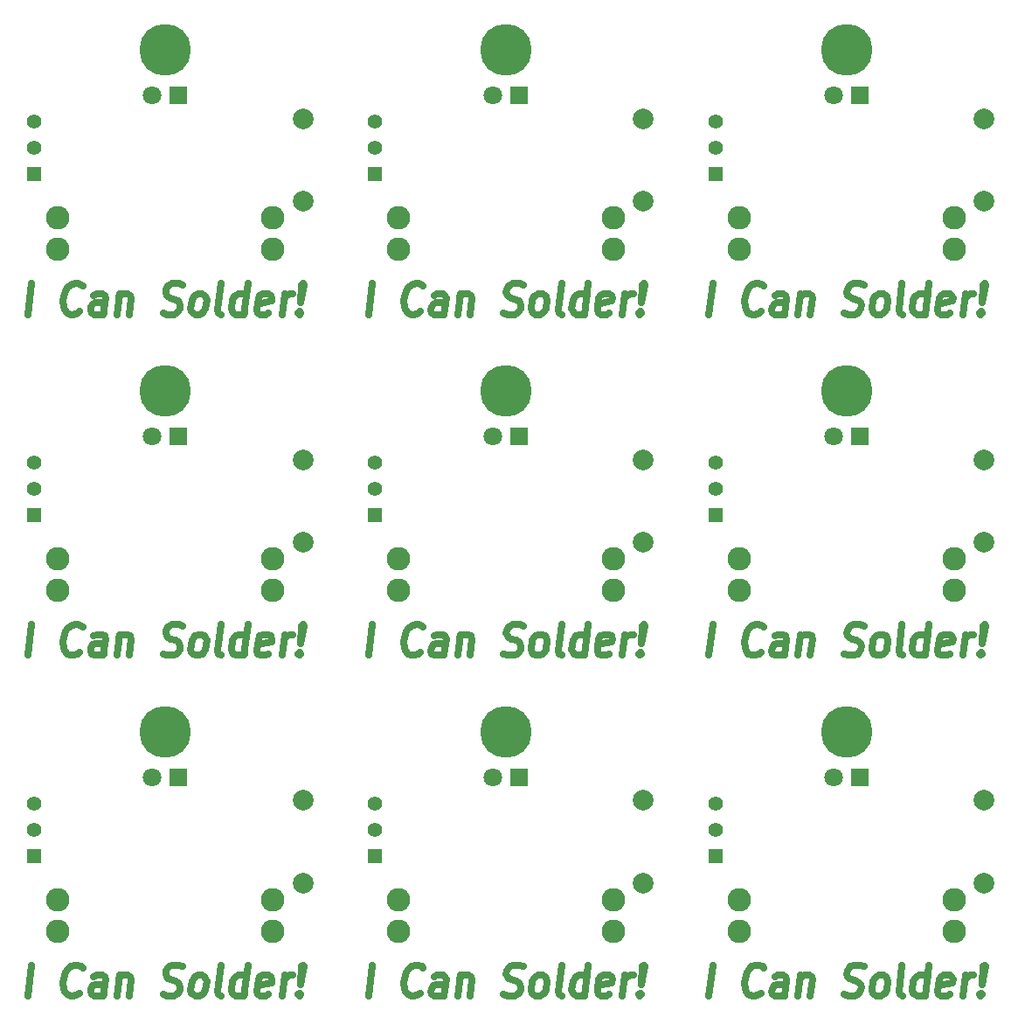
<source format=gts>
%MOIN*%
%OFA0B0*%
%FSLAX46Y46*%
%IPPOS*%
%LPD*%
%ADD10C,0.0039370078740157488*%
%ADD11C,0.027066929133858268*%
%ADD12C,0.070866141732283464*%
%ADD13R,0.070866141732283464X0.070866141732283464*%
%ADD14C,0.0787*%
%ADD15C,0.19685039370078741*%
%ADD16C,0.090000000000000011*%
%ADD17R,0.055000000000000007X0.055000000000000007*%
%ADD18C,0.055000000000000007*%
%ADD29C,0.0039370078740157488*%
%ADD30C,0.027066929133858268*%
%ADD31C,0.070866141732283464*%
%ADD32R,0.070866141732283464X0.070866141732283464*%
%ADD33C,0.0787*%
%ADD34C,0.19685039370078741*%
%ADD35C,0.090000000000000011*%
%ADD36R,0.055000000000000007X0.055000000000000007*%
%ADD37C,0.055000000000000007*%
%ADD38C,0.0039370078740157488*%
%ADD39C,0.027066929133858268*%
%ADD40C,0.070866141732283464*%
%ADD41R,0.070866141732283464X0.070866141732283464*%
%ADD42C,0.0787*%
%ADD43C,0.19685039370078741*%
%ADD44C,0.090000000000000011*%
%ADD45R,0.055000000000000007X0.055000000000000007*%
%ADD46C,0.055000000000000007*%
%ADD47C,0.0039370078740157488*%
%ADD48C,0.027066929133858268*%
%ADD49C,0.070866141732283464*%
%ADD50R,0.070866141732283464X0.070866141732283464*%
%ADD51C,0.0787*%
%ADD52C,0.19685039370078741*%
%ADD53C,0.090000000000000011*%
%ADD54R,0.055000000000000007X0.055000000000000007*%
%ADD55C,0.055000000000000007*%
%ADD56C,0.0039370078740157488*%
%ADD57C,0.027066929133858268*%
%ADD58C,0.070866141732283464*%
%ADD59R,0.070866141732283464X0.070866141732283464*%
%ADD60C,0.0787*%
%ADD61C,0.19685039370078741*%
%ADD62C,0.090000000000000011*%
%ADD63R,0.055000000000000007X0.055000000000000007*%
%ADD64C,0.055000000000000007*%
%ADD65C,0.0039370078740157488*%
%ADD66C,0.027066929133858268*%
%ADD67C,0.070866141732283464*%
%ADD68R,0.070866141732283464X0.070866141732283464*%
%ADD69C,0.0787*%
%ADD70C,0.19685039370078741*%
%ADD71C,0.090000000000000011*%
%ADD72R,0.055000000000000007X0.055000000000000007*%
%ADD73C,0.055000000000000007*%
%ADD74C,0.0039370078740157488*%
%ADD75C,0.027066929133858268*%
%ADD76C,0.070866141732283464*%
%ADD77R,0.070866141732283464X0.070866141732283464*%
%ADD78C,0.0787*%
%ADD79C,0.19685039370078741*%
%ADD80C,0.090000000000000011*%
%ADD81R,0.055000000000000007X0.055000000000000007*%
%ADD82C,0.055000000000000007*%
%ADD83C,0.0039370078740157488*%
%ADD84C,0.027066929133858268*%
%ADD85C,0.070866141732283464*%
%ADD86R,0.070866141732283464X0.070866141732283464*%
%ADD87C,0.0787*%
%ADD88C,0.19685039370078741*%
%ADD89C,0.090000000000000011*%
%ADD90R,0.055000000000000007X0.055000000000000007*%
%ADD91C,0.055000000000000007*%
%ADD92C,0.0039370078740157488*%
%ADD93C,0.027066929133858268*%
%ADD94C,0.070866141732283464*%
%ADD95R,0.070866141732283464X0.070866141732283464*%
%ADD96C,0.0787*%
%ADD97C,0.19685039370078741*%
%ADD98C,0.090000000000000011*%
%ADD99R,0.055000000000000007X0.055000000000000007*%
%ADD100C,0.055000000000000007*%
G01*
D10*
D11*
X0000075797Y0000091569D02*
X0000090561Y0000209679D01*
X0000273116Y0000102817D02*
X0000267258Y0000097193D01*
X0000251088Y0000091569D01*
X0000240777Y0000091569D01*
X0000226013Y0000097193D01*
X0000217108Y0000108442D01*
X0000213358Y0000119690D01*
X0000211015Y0000142187D01*
X0000213124Y0000159060D01*
X0000221092Y0000181557D01*
X0000227653Y0000192806D01*
X0000239371Y0000204055D01*
X0000255540Y0000209679D01*
X0000265852Y0000209679D01*
X0000280615Y0000204055D01*
X0000285068Y0000198430D01*
X0000364511Y0000091569D02*
X0000372245Y0000153436D01*
X0000368495Y0000164685D01*
X0000358887Y0000170309D01*
X0000338264Y0000170309D01*
X0000327250Y0000164685D01*
X0000365214Y0000097193D02*
X0000354200Y0000091569D01*
X0000328422Y0000091569D01*
X0000318814Y0000097193D01*
X0000315064Y0000108442D01*
X0000316470Y0000119690D01*
X0000323032Y0000130939D01*
X0000334046Y0000136563D01*
X0000359824Y0000136563D01*
X0000370838Y0000142187D01*
X0000425910Y0000170309D02*
X0000416067Y0000091569D01*
X0000424504Y0000159060D02*
X0000430362Y0000164685D01*
X0000441377Y0000170309D01*
X0000456843Y0000170309D01*
X0000466452Y0000164685D01*
X0000470201Y0000153436D01*
X0000462468Y0000091569D01*
X0000592061Y0000097193D02*
X0000606825Y0000091569D01*
X0000632603Y0000091569D01*
X0000643617Y0000097193D01*
X0000649476Y0000102817D01*
X0000656037Y0000114066D01*
X0000657443Y0000125315D01*
X0000653694Y0000136563D01*
X0000649241Y0000142187D01*
X0000639633Y0000147812D01*
X0000619714Y0000153436D01*
X0000610105Y0000159060D01*
X0000605653Y0000164685D01*
X0000601903Y0000175933D01*
X0000603309Y0000187182D01*
X0000609871Y0000198430D01*
X0000615730Y0000204055D01*
X0000626744Y0000209679D01*
X0000652522Y0000209679D01*
X0000667286Y0000204055D01*
X0000715092Y0000091569D02*
X0000705484Y0000097193D01*
X0000701032Y0000102817D01*
X0000697282Y0000114066D01*
X0000701500Y0000147812D01*
X0000708062Y0000159060D01*
X0000713921Y0000164685D01*
X0000724935Y0000170309D01*
X0000740402Y0000170309D01*
X0000750010Y0000164685D01*
X0000754462Y0000159060D01*
X0000758212Y0000147812D01*
X0000753994Y0000114066D01*
X0000747432Y0000102817D01*
X0000741573Y0000097193D01*
X0000730559Y0000091569D01*
X0000715092Y0000091569D01*
X0000813049Y0000091569D02*
X0000803441Y0000097193D01*
X0000799691Y0000108442D01*
X0000812346Y0000209679D01*
X0000900694Y0000091569D02*
X0000915458Y0000209679D01*
X0000901397Y0000097193D02*
X0000890383Y0000091569D01*
X0000869760Y0000091569D01*
X0000860152Y0000097193D01*
X0000855700Y0000102817D01*
X0000851950Y0000114066D01*
X0000856168Y0000147812D01*
X0000862730Y0000159060D01*
X0000868589Y0000164685D01*
X0000879603Y0000170309D01*
X0000900225Y0000170309D01*
X0000909834Y0000164685D01*
X0000994198Y0000097193D02*
X0000983184Y0000091569D01*
X0000962561Y0000091569D01*
X0000952953Y0000097193D01*
X0000949204Y0000108442D01*
X0000954828Y0000153436D01*
X0000961390Y0000164685D01*
X0000972404Y0000170309D01*
X0000993026Y0000170309D01*
X0001002635Y0000164685D01*
X0001006384Y0000153436D01*
X0001004978Y0000142187D01*
X0000952016Y0000130939D01*
X0001045051Y0000091569D02*
X0001054894Y0000170309D01*
X0001052081Y0000147812D02*
X0001058643Y0000159060D01*
X0001064502Y0000164685D01*
X0001075516Y0000170309D01*
X0001085827Y0000170309D01*
X0001113480Y0000102817D02*
X0001117933Y0000097193D01*
X0001112074Y0000091569D01*
X0001107621Y0000097193D01*
X0001113480Y0000102817D01*
X0001112074Y0000091569D01*
X0001117698Y0000136563D02*
X0001120979Y0000204055D01*
X0001126838Y0000209679D01*
X0001131290Y0000204055D01*
X0001117698Y0000136563D01*
X0001126838Y0000209679D01*
D12*
X0000549999Y0000925000D03*
D13*
X0000649999Y0000925000D03*
D14*
X0001124999Y0000837480D03*
X0001124999Y0000522519D03*
D15*
X0000599999Y0001100000D03*
D16*
X0001009999Y0000340000D03*
X0000189999Y0000340000D03*
X0001009999Y0000460000D03*
X0000189999Y0000460000D03*
D17*
X0000099999Y0000625000D03*
D18*
X0000099999Y0000725000D03*
X0000099999Y0000825000D03*
G04 next file*
G04 #@! TF.FileFunction,Soldermask,Top*
G04 Gerber Fmt 4.6, Leading zero omitted, Abs format (unit mm)*
G04 Created by KiCad (PCBNEW 4.0.7) date 02/23/20 08:48:36*
G01*
G04 APERTURE LIST*
G04 APERTURE END LIST*
D29*
D30*
X0000075797Y0001390781D02*
X0000090561Y0001508891D01*
X0000273116Y0001402030D02*
X0000267258Y0001396405D01*
X0000251088Y0001390781D01*
X0000240777Y0001390781D01*
X0000226013Y0001396405D01*
X0000217108Y0001407654D01*
X0000213358Y0001418903D01*
X0000211015Y0001441400D01*
X0000213124Y0001458273D01*
X0000221092Y0001480770D01*
X0000227653Y0001492018D01*
X0000239371Y0001503267D01*
X0000255540Y0001508891D01*
X0000265852Y0001508891D01*
X0000280615Y0001503267D01*
X0000285068Y0001497643D01*
X0000364511Y0001390781D02*
X0000372245Y0001452648D01*
X0000368495Y0001463897D01*
X0000358887Y0001469521D01*
X0000338264Y0001469521D01*
X0000327250Y0001463897D01*
X0000365214Y0001396405D02*
X0000354200Y0001390781D01*
X0000328422Y0001390781D01*
X0000318814Y0001396405D01*
X0000315064Y0001407654D01*
X0000316470Y0001418903D01*
X0000323032Y0001430151D01*
X0000334046Y0001435775D01*
X0000359824Y0001435775D01*
X0000370838Y0001441400D01*
X0000425910Y0001469521D02*
X0000416067Y0001390781D01*
X0000424504Y0001458273D02*
X0000430362Y0001463897D01*
X0000441377Y0001469521D01*
X0000456843Y0001469521D01*
X0000466452Y0001463897D01*
X0000470201Y0001452648D01*
X0000462468Y0001390781D01*
X0000592061Y0001396405D02*
X0000606825Y0001390781D01*
X0000632603Y0001390781D01*
X0000643617Y0001396405D01*
X0000649476Y0001402030D01*
X0000656037Y0001413278D01*
X0000657443Y0001424527D01*
X0000653694Y0001435775D01*
X0000649241Y0001441400D01*
X0000639633Y0001447024D01*
X0000619714Y0001452648D01*
X0000610105Y0001458273D01*
X0000605653Y0001463897D01*
X0000601903Y0001475146D01*
X0000603309Y0001486394D01*
X0000609871Y0001497643D01*
X0000615730Y0001503267D01*
X0000626744Y0001508891D01*
X0000652522Y0001508891D01*
X0000667286Y0001503267D01*
X0000715092Y0001390781D02*
X0000705484Y0001396405D01*
X0000701032Y0001402030D01*
X0000697282Y0001413278D01*
X0000701500Y0001447024D01*
X0000708062Y0001458273D01*
X0000713921Y0001463897D01*
X0000724935Y0001469521D01*
X0000740402Y0001469521D01*
X0000750010Y0001463897D01*
X0000754462Y0001458273D01*
X0000758212Y0001447024D01*
X0000753994Y0001413278D01*
X0000747432Y0001402030D01*
X0000741573Y0001396405D01*
X0000730559Y0001390781D01*
X0000715092Y0001390781D01*
X0000813049Y0001390781D02*
X0000803441Y0001396405D01*
X0000799691Y0001407654D01*
X0000812346Y0001508891D01*
X0000900694Y0001390781D02*
X0000915458Y0001508891D01*
X0000901397Y0001396405D02*
X0000890383Y0001390781D01*
X0000869760Y0001390781D01*
X0000860152Y0001396405D01*
X0000855700Y0001402030D01*
X0000851950Y0001413278D01*
X0000856168Y0001447024D01*
X0000862730Y0001458273D01*
X0000868589Y0001463897D01*
X0000879603Y0001469521D01*
X0000900225Y0001469521D01*
X0000909834Y0001463897D01*
X0000994198Y0001396405D02*
X0000983184Y0001390781D01*
X0000962561Y0001390781D01*
X0000952953Y0001396405D01*
X0000949204Y0001407654D01*
X0000954828Y0001452648D01*
X0000961390Y0001463897D01*
X0000972404Y0001469521D01*
X0000993026Y0001469521D01*
X0001002635Y0001463897D01*
X0001006384Y0001452648D01*
X0001004978Y0001441400D01*
X0000952016Y0001430151D01*
X0001045051Y0001390781D02*
X0001054894Y0001469521D01*
X0001052081Y0001447024D02*
X0001058643Y0001458273D01*
X0001064502Y0001463897D01*
X0001075516Y0001469521D01*
X0001085827Y0001469521D01*
X0001113480Y0001402030D02*
X0001117933Y0001396405D01*
X0001112074Y0001390781D01*
X0001107621Y0001396405D01*
X0001113480Y0001402030D01*
X0001112074Y0001390781D01*
X0001117698Y0001435775D02*
X0001120979Y0001503267D01*
X0001126838Y0001508891D01*
X0001131290Y0001503267D01*
X0001117698Y0001435775D01*
X0001126838Y0001508891D01*
D31*
X0000549999Y0002224212D03*
D32*
X0000649999Y0002224212D03*
D33*
X0001124999Y0002136692D03*
X0001124999Y0001821732D03*
D34*
X0000599999Y0002399212D03*
D35*
X0001009999Y0001639212D03*
X0000189999Y0001639212D03*
X0001009999Y0001759212D03*
X0000189999Y0001759212D03*
D36*
X0000099999Y0001924212D03*
D37*
X0000099999Y0002024212D03*
X0000099999Y0002124212D03*
G04 next file*
G04 #@! TF.FileFunction,Soldermask,Top*
G04 Gerber Fmt 4.6, Leading zero omitted, Abs format (unit mm)*
G04 Created by KiCad (PCBNEW 4.0.7) date 02/23/20 08:48:36*
G01*
G04 APERTURE LIST*
G04 APERTURE END LIST*
D38*
D39*
X0000075797Y0002689994D02*
X0000090561Y0002808104D01*
X0000273116Y0002701242D02*
X0000267258Y0002695618D01*
X0000251088Y0002689994D01*
X0000240777Y0002689994D01*
X0000226013Y0002695618D01*
X0000217108Y0002706867D01*
X0000213358Y0002718115D01*
X0000211015Y0002740612D01*
X0000213124Y0002757485D01*
X0000221092Y0002779982D01*
X0000227653Y0002791231D01*
X0000239371Y0002802480D01*
X0000255540Y0002808104D01*
X0000265852Y0002808104D01*
X0000280615Y0002802480D01*
X0000285068Y0002796855D01*
X0000364511Y0002689994D02*
X0000372245Y0002751861D01*
X0000368495Y0002763110D01*
X0000358887Y0002768734D01*
X0000338264Y0002768734D01*
X0000327250Y0002763110D01*
X0000365214Y0002695618D02*
X0000354200Y0002689994D01*
X0000328422Y0002689994D01*
X0000318814Y0002695618D01*
X0000315064Y0002706867D01*
X0000316470Y0002718115D01*
X0000323032Y0002729364D01*
X0000334046Y0002734988D01*
X0000359824Y0002734988D01*
X0000370838Y0002740612D01*
X0000425910Y0002768734D02*
X0000416067Y0002689994D01*
X0000424504Y0002757485D02*
X0000430362Y0002763110D01*
X0000441377Y0002768734D01*
X0000456843Y0002768734D01*
X0000466452Y0002763110D01*
X0000470201Y0002751861D01*
X0000462468Y0002689994D01*
X0000592061Y0002695618D02*
X0000606825Y0002689994D01*
X0000632603Y0002689994D01*
X0000643617Y0002695618D01*
X0000649476Y0002701242D01*
X0000656037Y0002712491D01*
X0000657443Y0002723739D01*
X0000653694Y0002734988D01*
X0000649241Y0002740612D01*
X0000639633Y0002746237D01*
X0000619714Y0002751861D01*
X0000610105Y0002757485D01*
X0000605653Y0002763110D01*
X0000601903Y0002774358D01*
X0000603309Y0002785607D01*
X0000609871Y0002796855D01*
X0000615730Y0002802480D01*
X0000626744Y0002808104D01*
X0000652522Y0002808104D01*
X0000667286Y0002802480D01*
X0000715092Y0002689994D02*
X0000705484Y0002695618D01*
X0000701032Y0002701242D01*
X0000697282Y0002712491D01*
X0000701500Y0002746237D01*
X0000708062Y0002757485D01*
X0000713921Y0002763110D01*
X0000724935Y0002768734D01*
X0000740402Y0002768734D01*
X0000750010Y0002763110D01*
X0000754462Y0002757485D01*
X0000758212Y0002746237D01*
X0000753994Y0002712491D01*
X0000747432Y0002701242D01*
X0000741573Y0002695618D01*
X0000730559Y0002689994D01*
X0000715092Y0002689994D01*
X0000813049Y0002689994D02*
X0000803441Y0002695618D01*
X0000799691Y0002706867D01*
X0000812346Y0002808104D01*
X0000900694Y0002689994D02*
X0000915458Y0002808104D01*
X0000901397Y0002695618D02*
X0000890383Y0002689994D01*
X0000869760Y0002689994D01*
X0000860152Y0002695618D01*
X0000855700Y0002701242D01*
X0000851950Y0002712491D01*
X0000856168Y0002746237D01*
X0000862730Y0002757485D01*
X0000868589Y0002763110D01*
X0000879603Y0002768734D01*
X0000900225Y0002768734D01*
X0000909834Y0002763110D01*
X0000994198Y0002695618D02*
X0000983184Y0002689994D01*
X0000962561Y0002689994D01*
X0000952953Y0002695618D01*
X0000949204Y0002706867D01*
X0000954828Y0002751861D01*
X0000961390Y0002763110D01*
X0000972404Y0002768734D01*
X0000993026Y0002768734D01*
X0001002635Y0002763110D01*
X0001006384Y0002751861D01*
X0001004978Y0002740612D01*
X0000952016Y0002729364D01*
X0001045051Y0002689994D02*
X0001054894Y0002768734D01*
X0001052081Y0002746237D02*
X0001058643Y0002757485D01*
X0001064502Y0002763110D01*
X0001075516Y0002768734D01*
X0001085827Y0002768734D01*
X0001113480Y0002701242D02*
X0001117933Y0002695618D01*
X0001112074Y0002689994D01*
X0001107621Y0002695618D01*
X0001113480Y0002701242D01*
X0001112074Y0002689994D01*
X0001117698Y0002734988D02*
X0001120979Y0002802480D01*
X0001126838Y0002808104D01*
X0001131290Y0002802480D01*
X0001117698Y0002734988D01*
X0001126838Y0002808104D01*
D40*
X0000549999Y0003523425D03*
D41*
X0000649999Y0003523425D03*
D42*
X0001124999Y0003435905D03*
X0001124999Y0003120944D03*
D43*
X0000599999Y0003698425D03*
D44*
X0001009999Y0002938425D03*
X0000189999Y0002938425D03*
X0001009999Y0003058425D03*
X0000189999Y0003058425D03*
D45*
X0000099999Y0003223425D03*
D46*
X0000099999Y0003323425D03*
X0000099999Y0003423425D03*
G04 next file*
G04 #@! TF.FileFunction,Soldermask,Top*
G04 Gerber Fmt 4.6, Leading zero omitted, Abs format (unit mm)*
G04 Created by KiCad (PCBNEW 4.0.7) date 02/23/20 08:48:36*
G01*
G04 APERTURE LIST*
G04 APERTURE END LIST*
D47*
D48*
X0001375010Y0000091569D02*
X0001389774Y0000209679D01*
X0001572329Y0000102817D02*
X0001566471Y0000097193D01*
X0001550301Y0000091569D01*
X0001539990Y0000091569D01*
X0001525226Y0000097193D01*
X0001516321Y0000108442D01*
X0001512571Y0000119690D01*
X0001510228Y0000142187D01*
X0001512337Y0000159060D01*
X0001520305Y0000181557D01*
X0001526866Y0000192806D01*
X0001538583Y0000204055D01*
X0001554753Y0000209679D01*
X0001565065Y0000209679D01*
X0001579828Y0000204055D01*
X0001584281Y0000198430D01*
X0001663724Y0000091569D02*
X0001671457Y0000153436D01*
X0001667708Y0000164685D01*
X0001658100Y0000170309D01*
X0001637477Y0000170309D01*
X0001626463Y0000164685D01*
X0001664427Y0000097193D02*
X0001653413Y0000091569D01*
X0001627635Y0000091569D01*
X0001618027Y0000097193D01*
X0001614277Y0000108442D01*
X0001615683Y0000119690D01*
X0001622245Y0000130939D01*
X0001633259Y0000136563D01*
X0001659037Y0000136563D01*
X0001670051Y0000142187D01*
X0001725123Y0000170309D02*
X0001715280Y0000091569D01*
X0001723717Y0000159060D02*
X0001729575Y0000164685D01*
X0001740589Y0000170309D01*
X0001756056Y0000170309D01*
X0001765664Y0000164685D01*
X0001769414Y0000153436D01*
X0001761681Y0000091569D01*
X0001891274Y0000097193D02*
X0001906038Y0000091569D01*
X0001931816Y0000091569D01*
X0001942830Y0000097193D01*
X0001948688Y0000102817D01*
X0001955250Y0000114066D01*
X0001956656Y0000125315D01*
X0001952907Y0000136563D01*
X0001948454Y0000142187D01*
X0001938846Y0000147812D01*
X0001918927Y0000153436D01*
X0001909318Y0000159060D01*
X0001904866Y0000164685D01*
X0001901116Y0000175933D01*
X0001902522Y0000187182D01*
X0001909084Y0000198430D01*
X0001914943Y0000204055D01*
X0001925957Y0000209679D01*
X0001951735Y0000209679D01*
X0001966499Y0000204055D01*
X0002014305Y0000091569D02*
X0002004697Y0000097193D01*
X0002000245Y0000102817D01*
X0001996495Y0000114066D01*
X0002000713Y0000147812D01*
X0002007275Y0000159060D01*
X0002013134Y0000164685D01*
X0002024148Y0000170309D01*
X0002039615Y0000170309D01*
X0002049223Y0000164685D01*
X0002053675Y0000159060D01*
X0002057425Y0000147812D01*
X0002053207Y0000114066D01*
X0002046645Y0000102817D01*
X0002040786Y0000097193D01*
X0002029772Y0000091569D01*
X0002014305Y0000091569D01*
X0002112262Y0000091569D02*
X0002102654Y0000097193D01*
X0002098904Y0000108442D01*
X0002111559Y0000209679D01*
X0002199907Y0000091569D02*
X0002214671Y0000209679D01*
X0002200610Y0000097193D02*
X0002189596Y0000091569D01*
X0002168973Y0000091569D01*
X0002159365Y0000097193D01*
X0002154913Y0000102817D01*
X0002151163Y0000114066D01*
X0002155381Y0000147812D01*
X0002161943Y0000159060D01*
X0002167802Y0000164685D01*
X0002178816Y0000170309D01*
X0002199438Y0000170309D01*
X0002209047Y0000164685D01*
X0002293411Y0000097193D02*
X0002282397Y0000091569D01*
X0002261774Y0000091569D01*
X0002252166Y0000097193D01*
X0002248417Y0000108442D01*
X0002254041Y0000153436D01*
X0002260603Y0000164685D01*
X0002271617Y0000170309D01*
X0002292239Y0000170309D01*
X0002301847Y0000164685D01*
X0002305597Y0000153436D01*
X0002304191Y0000142187D01*
X0002251229Y0000130939D01*
X0002344264Y0000091569D02*
X0002354107Y0000170309D01*
X0002351294Y0000147812D02*
X0002357856Y0000159060D01*
X0002363715Y0000164685D01*
X0002374729Y0000170309D01*
X0002385040Y0000170309D01*
X0002412693Y0000102817D02*
X0002417145Y0000097193D01*
X0002411287Y0000091569D01*
X0002406834Y0000097193D01*
X0002412693Y0000102817D01*
X0002411287Y0000091569D01*
X0002416911Y0000136563D02*
X0002420192Y0000204055D01*
X0002426051Y0000209679D01*
X0002430503Y0000204055D01*
X0002416911Y0000136563D01*
X0002426051Y0000209679D01*
D49*
X0001849212Y0000925000D03*
D50*
X0001949212Y0000925000D03*
D51*
X0002424212Y0000837480D03*
X0002424212Y0000522519D03*
D52*
X0001899212Y0001100000D03*
D53*
X0002309212Y0000340000D03*
X0001489212Y0000340000D03*
X0002309212Y0000460000D03*
X0001489212Y0000460000D03*
D54*
X0001399212Y0000625000D03*
D55*
X0001399212Y0000725000D03*
X0001399212Y0000825000D03*
G04 next file*
G04 #@! TF.FileFunction,Soldermask,Top*
G04 Gerber Fmt 4.6, Leading zero omitted, Abs format (unit mm)*
G04 Created by KiCad (PCBNEW 4.0.7) date 02/23/20 08:48:36*
G01*
G04 APERTURE LIST*
G04 APERTURE END LIST*
D56*
D57*
X0002674223Y0000091569D02*
X0002688987Y0000209679D01*
X0002871542Y0000102817D02*
X0002865683Y0000097193D01*
X0002849513Y0000091569D01*
X0002839202Y0000091569D01*
X0002824438Y0000097193D01*
X0002815533Y0000108442D01*
X0002811784Y0000119690D01*
X0002809440Y0000142187D01*
X0002811549Y0000159060D01*
X0002819517Y0000181557D01*
X0002826079Y0000192806D01*
X0002837796Y0000204055D01*
X0002853966Y0000209679D01*
X0002864277Y0000209679D01*
X0002879041Y0000204055D01*
X0002883493Y0000198430D01*
X0002962937Y0000091569D02*
X0002970670Y0000153436D01*
X0002966921Y0000164685D01*
X0002957312Y0000170309D01*
X0002936690Y0000170309D01*
X0002925676Y0000164685D01*
X0002963640Y0000097193D02*
X0002952625Y0000091569D01*
X0002926847Y0000091569D01*
X0002917239Y0000097193D01*
X0002913490Y0000108442D01*
X0002914896Y0000119690D01*
X0002921457Y0000130939D01*
X0002932472Y0000136563D01*
X0002958250Y0000136563D01*
X0002969264Y0000142187D01*
X0003024335Y0000170309D02*
X0003014493Y0000091569D01*
X0003022929Y0000159060D02*
X0003028788Y0000164685D01*
X0003039802Y0000170309D01*
X0003055269Y0000170309D01*
X0003064877Y0000164685D01*
X0003068627Y0000153436D01*
X0003060893Y0000091569D01*
X0003190486Y0000097193D02*
X0003205250Y0000091569D01*
X0003231028Y0000091569D01*
X0003242042Y0000097193D01*
X0003247901Y0000102817D01*
X0003254463Y0000114066D01*
X0003255869Y0000125315D01*
X0003252119Y0000136563D01*
X0003247667Y0000142187D01*
X0003238059Y0000147812D01*
X0003218139Y0000153436D01*
X0003208531Y0000159060D01*
X0003204078Y0000164685D01*
X0003200329Y0000175933D01*
X0003201735Y0000187182D01*
X0003208297Y0000198430D01*
X0003214155Y0000204055D01*
X0003225170Y0000209679D01*
X0003250948Y0000209679D01*
X0003265711Y0000204055D01*
X0003313518Y0000091569D02*
X0003303910Y0000097193D01*
X0003299457Y0000102817D01*
X0003295708Y0000114066D01*
X0003299926Y0000147812D01*
X0003306487Y0000159060D01*
X0003312346Y0000164685D01*
X0003323360Y0000170309D01*
X0003338827Y0000170309D01*
X0003348435Y0000164685D01*
X0003352888Y0000159060D01*
X0003356637Y0000147812D01*
X0003352419Y0000114066D01*
X0003345858Y0000102817D01*
X0003339999Y0000097193D01*
X0003328985Y0000091569D01*
X0003313518Y0000091569D01*
X0003411474Y0000091569D02*
X0003401866Y0000097193D01*
X0003398117Y0000108442D01*
X0003410771Y0000209679D01*
X0003499120Y0000091569D02*
X0003513883Y0000209679D01*
X0003499823Y0000097193D02*
X0003488808Y0000091569D01*
X0003468186Y0000091569D01*
X0003458578Y0000097193D01*
X0003454125Y0000102817D01*
X0003450376Y0000114066D01*
X0003454594Y0000147812D01*
X0003461156Y0000159060D01*
X0003467014Y0000164685D01*
X0003478029Y0000170309D01*
X0003498651Y0000170309D01*
X0003508259Y0000164685D01*
X0003592624Y0000097193D02*
X0003581609Y0000091569D01*
X0003560987Y0000091569D01*
X0003551379Y0000097193D01*
X0003547629Y0000108442D01*
X0003553254Y0000153436D01*
X0003559815Y0000164685D01*
X0003570829Y0000170309D01*
X0003591452Y0000170309D01*
X0003601060Y0000164685D01*
X0003604810Y0000153436D01*
X0003603403Y0000142187D01*
X0003550441Y0000130939D01*
X0003643477Y0000091569D02*
X0003653319Y0000170309D01*
X0003650507Y0000147812D02*
X0003657069Y0000159060D01*
X0003662927Y0000164685D01*
X0003673942Y0000170309D01*
X0003684253Y0000170309D01*
X0003711906Y0000102817D02*
X0003716358Y0000097193D01*
X0003710499Y0000091569D01*
X0003706047Y0000097193D01*
X0003711906Y0000102817D01*
X0003710499Y0000091569D01*
X0003716124Y0000136563D02*
X0003719405Y0000204055D01*
X0003725263Y0000209679D01*
X0003729716Y0000204055D01*
X0003716124Y0000136563D01*
X0003725263Y0000209679D01*
D58*
X0003148425Y0000925000D03*
D59*
X0003248425Y0000925000D03*
D60*
X0003723425Y0000837480D03*
X0003723425Y0000522519D03*
D61*
X0003198425Y0001100000D03*
D62*
X0003608425Y0000340000D03*
X0002788425Y0000340000D03*
X0003608425Y0000460000D03*
X0002788425Y0000460000D03*
D63*
X0002698425Y0000625000D03*
D64*
X0002698425Y0000725000D03*
X0002698425Y0000825000D03*
G04 next file*
G04 #@! TF.FileFunction,Soldermask,Top*
G04 Gerber Fmt 4.6, Leading zero omitted, Abs format (unit mm)*
G04 Created by KiCad (PCBNEW 4.0.7) date 02/23/20 08:48:36*
G01*
G04 APERTURE LIST*
G04 APERTURE END LIST*
D65*
D66*
X0001375010Y0001390781D02*
X0001389774Y0001508891D01*
X0001572329Y0001402030D02*
X0001566471Y0001396405D01*
X0001550301Y0001390781D01*
X0001539990Y0001390781D01*
X0001525226Y0001396405D01*
X0001516321Y0001407654D01*
X0001512571Y0001418903D01*
X0001510228Y0001441400D01*
X0001512337Y0001458273D01*
X0001520305Y0001480770D01*
X0001526866Y0001492018D01*
X0001538583Y0001503267D01*
X0001554753Y0001508891D01*
X0001565065Y0001508891D01*
X0001579828Y0001503267D01*
X0001584281Y0001497643D01*
X0001663724Y0001390781D02*
X0001671457Y0001452648D01*
X0001667708Y0001463897D01*
X0001658100Y0001469521D01*
X0001637477Y0001469521D01*
X0001626463Y0001463897D01*
X0001664427Y0001396405D02*
X0001653413Y0001390781D01*
X0001627635Y0001390781D01*
X0001618027Y0001396405D01*
X0001614277Y0001407654D01*
X0001615683Y0001418903D01*
X0001622245Y0001430151D01*
X0001633259Y0001435775D01*
X0001659037Y0001435775D01*
X0001670051Y0001441400D01*
X0001725123Y0001469521D02*
X0001715280Y0001390781D01*
X0001723717Y0001458273D02*
X0001729575Y0001463897D01*
X0001740589Y0001469521D01*
X0001756056Y0001469521D01*
X0001765664Y0001463897D01*
X0001769414Y0001452648D01*
X0001761681Y0001390781D01*
X0001891274Y0001396405D02*
X0001906038Y0001390781D01*
X0001931816Y0001390781D01*
X0001942830Y0001396405D01*
X0001948688Y0001402030D01*
X0001955250Y0001413278D01*
X0001956656Y0001424527D01*
X0001952907Y0001435775D01*
X0001948454Y0001441400D01*
X0001938846Y0001447024D01*
X0001918927Y0001452648D01*
X0001909318Y0001458273D01*
X0001904866Y0001463897D01*
X0001901116Y0001475146D01*
X0001902522Y0001486394D01*
X0001909084Y0001497643D01*
X0001914943Y0001503267D01*
X0001925957Y0001508891D01*
X0001951735Y0001508891D01*
X0001966499Y0001503267D01*
X0002014305Y0001390781D02*
X0002004697Y0001396405D01*
X0002000245Y0001402030D01*
X0001996495Y0001413278D01*
X0002000713Y0001447024D01*
X0002007275Y0001458273D01*
X0002013134Y0001463897D01*
X0002024148Y0001469521D01*
X0002039615Y0001469521D01*
X0002049223Y0001463897D01*
X0002053675Y0001458273D01*
X0002057425Y0001447024D01*
X0002053207Y0001413278D01*
X0002046645Y0001402030D01*
X0002040786Y0001396405D01*
X0002029772Y0001390781D01*
X0002014305Y0001390781D01*
X0002112262Y0001390781D02*
X0002102654Y0001396405D01*
X0002098904Y0001407654D01*
X0002111559Y0001508891D01*
X0002199907Y0001390781D02*
X0002214671Y0001508891D01*
X0002200610Y0001396405D02*
X0002189596Y0001390781D01*
X0002168973Y0001390781D01*
X0002159365Y0001396405D01*
X0002154913Y0001402030D01*
X0002151163Y0001413278D01*
X0002155381Y0001447024D01*
X0002161943Y0001458273D01*
X0002167802Y0001463897D01*
X0002178816Y0001469521D01*
X0002199438Y0001469521D01*
X0002209047Y0001463897D01*
X0002293411Y0001396405D02*
X0002282397Y0001390781D01*
X0002261774Y0001390781D01*
X0002252166Y0001396405D01*
X0002248417Y0001407654D01*
X0002254041Y0001452648D01*
X0002260603Y0001463897D01*
X0002271617Y0001469521D01*
X0002292239Y0001469521D01*
X0002301847Y0001463897D01*
X0002305597Y0001452648D01*
X0002304191Y0001441400D01*
X0002251229Y0001430151D01*
X0002344264Y0001390781D02*
X0002354107Y0001469521D01*
X0002351294Y0001447024D02*
X0002357856Y0001458273D01*
X0002363715Y0001463897D01*
X0002374729Y0001469521D01*
X0002385040Y0001469521D01*
X0002412693Y0001402030D02*
X0002417145Y0001396405D01*
X0002411287Y0001390781D01*
X0002406834Y0001396405D01*
X0002412693Y0001402030D01*
X0002411287Y0001390781D01*
X0002416911Y0001435775D02*
X0002420192Y0001503267D01*
X0002426051Y0001508891D01*
X0002430503Y0001503267D01*
X0002416911Y0001435775D01*
X0002426051Y0001508891D01*
D67*
X0001849212Y0002224212D03*
D68*
X0001949212Y0002224212D03*
D69*
X0002424212Y0002136692D03*
X0002424212Y0001821732D03*
D70*
X0001899212Y0002399212D03*
D71*
X0002309212Y0001639212D03*
X0001489212Y0001639212D03*
X0002309212Y0001759212D03*
X0001489212Y0001759212D03*
D72*
X0001399212Y0001924212D03*
D73*
X0001399212Y0002024212D03*
X0001399212Y0002124212D03*
G04 next file*
G04 #@! TF.FileFunction,Soldermask,Top*
G04 Gerber Fmt 4.6, Leading zero omitted, Abs format (unit mm)*
G04 Created by KiCad (PCBNEW 4.0.7) date 02/23/20 08:48:36*
G01*
G04 APERTURE LIST*
G04 APERTURE END LIST*
D74*
D75*
X0001375010Y0002689994D02*
X0001389774Y0002808104D01*
X0001572329Y0002701242D02*
X0001566471Y0002695618D01*
X0001550301Y0002689994D01*
X0001539990Y0002689994D01*
X0001525226Y0002695618D01*
X0001516321Y0002706867D01*
X0001512571Y0002718115D01*
X0001510228Y0002740612D01*
X0001512337Y0002757485D01*
X0001520305Y0002779982D01*
X0001526866Y0002791231D01*
X0001538583Y0002802480D01*
X0001554753Y0002808104D01*
X0001565065Y0002808104D01*
X0001579828Y0002802480D01*
X0001584281Y0002796855D01*
X0001663724Y0002689994D02*
X0001671457Y0002751861D01*
X0001667708Y0002763110D01*
X0001658100Y0002768734D01*
X0001637477Y0002768734D01*
X0001626463Y0002763110D01*
X0001664427Y0002695618D02*
X0001653413Y0002689994D01*
X0001627635Y0002689994D01*
X0001618027Y0002695618D01*
X0001614277Y0002706867D01*
X0001615683Y0002718115D01*
X0001622245Y0002729364D01*
X0001633259Y0002734988D01*
X0001659037Y0002734988D01*
X0001670051Y0002740612D01*
X0001725123Y0002768734D02*
X0001715280Y0002689994D01*
X0001723717Y0002757485D02*
X0001729575Y0002763110D01*
X0001740589Y0002768734D01*
X0001756056Y0002768734D01*
X0001765664Y0002763110D01*
X0001769414Y0002751861D01*
X0001761681Y0002689994D01*
X0001891274Y0002695618D02*
X0001906038Y0002689994D01*
X0001931816Y0002689994D01*
X0001942830Y0002695618D01*
X0001948688Y0002701242D01*
X0001955250Y0002712491D01*
X0001956656Y0002723739D01*
X0001952907Y0002734988D01*
X0001948454Y0002740612D01*
X0001938846Y0002746237D01*
X0001918927Y0002751861D01*
X0001909318Y0002757485D01*
X0001904866Y0002763110D01*
X0001901116Y0002774358D01*
X0001902522Y0002785607D01*
X0001909084Y0002796855D01*
X0001914943Y0002802480D01*
X0001925957Y0002808104D01*
X0001951735Y0002808104D01*
X0001966499Y0002802480D01*
X0002014305Y0002689994D02*
X0002004697Y0002695618D01*
X0002000245Y0002701242D01*
X0001996495Y0002712491D01*
X0002000713Y0002746237D01*
X0002007275Y0002757485D01*
X0002013134Y0002763110D01*
X0002024148Y0002768734D01*
X0002039615Y0002768734D01*
X0002049223Y0002763110D01*
X0002053675Y0002757485D01*
X0002057425Y0002746237D01*
X0002053207Y0002712491D01*
X0002046645Y0002701242D01*
X0002040786Y0002695618D01*
X0002029772Y0002689994D01*
X0002014305Y0002689994D01*
X0002112262Y0002689994D02*
X0002102654Y0002695618D01*
X0002098904Y0002706867D01*
X0002111559Y0002808104D01*
X0002199907Y0002689994D02*
X0002214671Y0002808104D01*
X0002200610Y0002695618D02*
X0002189596Y0002689994D01*
X0002168973Y0002689994D01*
X0002159365Y0002695618D01*
X0002154913Y0002701242D01*
X0002151163Y0002712491D01*
X0002155381Y0002746237D01*
X0002161943Y0002757485D01*
X0002167802Y0002763110D01*
X0002178816Y0002768734D01*
X0002199438Y0002768734D01*
X0002209047Y0002763110D01*
X0002293411Y0002695618D02*
X0002282397Y0002689994D01*
X0002261774Y0002689994D01*
X0002252166Y0002695618D01*
X0002248417Y0002706867D01*
X0002254041Y0002751861D01*
X0002260603Y0002763110D01*
X0002271617Y0002768734D01*
X0002292239Y0002768734D01*
X0002301847Y0002763110D01*
X0002305597Y0002751861D01*
X0002304191Y0002740612D01*
X0002251229Y0002729364D01*
X0002344264Y0002689994D02*
X0002354107Y0002768734D01*
X0002351294Y0002746237D02*
X0002357856Y0002757485D01*
X0002363715Y0002763110D01*
X0002374729Y0002768734D01*
X0002385040Y0002768734D01*
X0002412693Y0002701242D02*
X0002417145Y0002695618D01*
X0002411287Y0002689994D01*
X0002406834Y0002695618D01*
X0002412693Y0002701242D01*
X0002411287Y0002689994D01*
X0002416911Y0002734988D02*
X0002420192Y0002802480D01*
X0002426051Y0002808104D01*
X0002430503Y0002802480D01*
X0002416911Y0002734988D01*
X0002426051Y0002808104D01*
D76*
X0001849212Y0003523425D03*
D77*
X0001949212Y0003523425D03*
D78*
X0002424212Y0003435905D03*
X0002424212Y0003120944D03*
D79*
X0001899212Y0003698425D03*
D80*
X0002309212Y0002938425D03*
X0001489212Y0002938425D03*
X0002309212Y0003058425D03*
X0001489212Y0003058425D03*
D81*
X0001399212Y0003223425D03*
D82*
X0001399212Y0003323425D03*
X0001399212Y0003423425D03*
G04 next file*
G04 #@! TF.FileFunction,Soldermask,Top*
G04 Gerber Fmt 4.6, Leading zero omitted, Abs format (unit mm)*
G04 Created by KiCad (PCBNEW 4.0.7) date 02/23/20 08:48:36*
G01*
G04 APERTURE LIST*
G04 APERTURE END LIST*
D83*
D84*
X0002674223Y0001390781D02*
X0002688987Y0001508891D01*
X0002871542Y0001402030D02*
X0002865683Y0001396405D01*
X0002849513Y0001390781D01*
X0002839202Y0001390781D01*
X0002824438Y0001396405D01*
X0002815533Y0001407654D01*
X0002811784Y0001418903D01*
X0002809440Y0001441400D01*
X0002811549Y0001458273D01*
X0002819517Y0001480770D01*
X0002826079Y0001492018D01*
X0002837796Y0001503267D01*
X0002853966Y0001508891D01*
X0002864277Y0001508891D01*
X0002879041Y0001503267D01*
X0002883493Y0001497643D01*
X0002962937Y0001390781D02*
X0002970670Y0001452648D01*
X0002966921Y0001463897D01*
X0002957312Y0001469521D01*
X0002936690Y0001469521D01*
X0002925676Y0001463897D01*
X0002963640Y0001396405D02*
X0002952625Y0001390781D01*
X0002926847Y0001390781D01*
X0002917239Y0001396405D01*
X0002913490Y0001407654D01*
X0002914896Y0001418903D01*
X0002921457Y0001430151D01*
X0002932472Y0001435775D01*
X0002958250Y0001435775D01*
X0002969264Y0001441400D01*
X0003024335Y0001469521D02*
X0003014493Y0001390781D01*
X0003022929Y0001458273D02*
X0003028788Y0001463897D01*
X0003039802Y0001469521D01*
X0003055269Y0001469521D01*
X0003064877Y0001463897D01*
X0003068627Y0001452648D01*
X0003060893Y0001390781D01*
X0003190486Y0001396405D02*
X0003205250Y0001390781D01*
X0003231028Y0001390781D01*
X0003242042Y0001396405D01*
X0003247901Y0001402030D01*
X0003254463Y0001413278D01*
X0003255869Y0001424527D01*
X0003252119Y0001435775D01*
X0003247667Y0001441400D01*
X0003238059Y0001447024D01*
X0003218139Y0001452648D01*
X0003208531Y0001458273D01*
X0003204078Y0001463897D01*
X0003200329Y0001475146D01*
X0003201735Y0001486394D01*
X0003208297Y0001497643D01*
X0003214155Y0001503267D01*
X0003225170Y0001508891D01*
X0003250948Y0001508891D01*
X0003265711Y0001503267D01*
X0003313518Y0001390781D02*
X0003303910Y0001396405D01*
X0003299457Y0001402030D01*
X0003295708Y0001413278D01*
X0003299926Y0001447024D01*
X0003306487Y0001458273D01*
X0003312346Y0001463897D01*
X0003323360Y0001469521D01*
X0003338827Y0001469521D01*
X0003348435Y0001463897D01*
X0003352888Y0001458273D01*
X0003356637Y0001447024D01*
X0003352419Y0001413278D01*
X0003345858Y0001402030D01*
X0003339999Y0001396405D01*
X0003328985Y0001390781D01*
X0003313518Y0001390781D01*
X0003411474Y0001390781D02*
X0003401866Y0001396405D01*
X0003398117Y0001407654D01*
X0003410771Y0001508891D01*
X0003499120Y0001390781D02*
X0003513883Y0001508891D01*
X0003499823Y0001396405D02*
X0003488808Y0001390781D01*
X0003468186Y0001390781D01*
X0003458578Y0001396405D01*
X0003454125Y0001402030D01*
X0003450376Y0001413278D01*
X0003454594Y0001447024D01*
X0003461156Y0001458273D01*
X0003467014Y0001463897D01*
X0003478029Y0001469521D01*
X0003498651Y0001469521D01*
X0003508259Y0001463897D01*
X0003592624Y0001396405D02*
X0003581609Y0001390781D01*
X0003560987Y0001390781D01*
X0003551379Y0001396405D01*
X0003547629Y0001407654D01*
X0003553254Y0001452648D01*
X0003559815Y0001463897D01*
X0003570829Y0001469521D01*
X0003591452Y0001469521D01*
X0003601060Y0001463897D01*
X0003604810Y0001452648D01*
X0003603403Y0001441400D01*
X0003550441Y0001430151D01*
X0003643477Y0001390781D02*
X0003653319Y0001469521D01*
X0003650507Y0001447024D02*
X0003657069Y0001458273D01*
X0003662927Y0001463897D01*
X0003673942Y0001469521D01*
X0003684253Y0001469521D01*
X0003711906Y0001402030D02*
X0003716358Y0001396405D01*
X0003710499Y0001390781D01*
X0003706047Y0001396405D01*
X0003711906Y0001402030D01*
X0003710499Y0001390781D01*
X0003716124Y0001435775D02*
X0003719405Y0001503267D01*
X0003725263Y0001508891D01*
X0003729716Y0001503267D01*
X0003716124Y0001435775D01*
X0003725263Y0001508891D01*
D85*
X0003148425Y0002224212D03*
D86*
X0003248425Y0002224212D03*
D87*
X0003723425Y0002136692D03*
X0003723425Y0001821732D03*
D88*
X0003198425Y0002399212D03*
D89*
X0003608425Y0001639212D03*
X0002788425Y0001639212D03*
X0003608425Y0001759212D03*
X0002788425Y0001759212D03*
D90*
X0002698425Y0001924212D03*
D91*
X0002698425Y0002024212D03*
X0002698425Y0002124212D03*
G04 next file*
G04 #@! TF.FileFunction,Soldermask,Top*
G04 Gerber Fmt 4.6, Leading zero omitted, Abs format (unit mm)*
G04 Created by KiCad (PCBNEW 4.0.7) date 02/23/20 08:48:36*
G01*
G04 APERTURE LIST*
G04 APERTURE END LIST*
D92*
D93*
X0002674223Y0002689994D02*
X0002688987Y0002808104D01*
X0002871542Y0002701242D02*
X0002865683Y0002695618D01*
X0002849513Y0002689994D01*
X0002839202Y0002689994D01*
X0002824438Y0002695618D01*
X0002815533Y0002706867D01*
X0002811784Y0002718115D01*
X0002809440Y0002740612D01*
X0002811549Y0002757485D01*
X0002819517Y0002779982D01*
X0002826079Y0002791231D01*
X0002837796Y0002802480D01*
X0002853966Y0002808104D01*
X0002864277Y0002808104D01*
X0002879041Y0002802480D01*
X0002883493Y0002796855D01*
X0002962937Y0002689994D02*
X0002970670Y0002751861D01*
X0002966921Y0002763110D01*
X0002957312Y0002768734D01*
X0002936690Y0002768734D01*
X0002925676Y0002763110D01*
X0002963640Y0002695618D02*
X0002952625Y0002689994D01*
X0002926847Y0002689994D01*
X0002917239Y0002695618D01*
X0002913490Y0002706867D01*
X0002914896Y0002718115D01*
X0002921457Y0002729364D01*
X0002932472Y0002734988D01*
X0002958250Y0002734988D01*
X0002969264Y0002740612D01*
X0003024335Y0002768734D02*
X0003014493Y0002689994D01*
X0003022929Y0002757485D02*
X0003028788Y0002763110D01*
X0003039802Y0002768734D01*
X0003055269Y0002768734D01*
X0003064877Y0002763110D01*
X0003068627Y0002751861D01*
X0003060893Y0002689994D01*
X0003190486Y0002695618D02*
X0003205250Y0002689994D01*
X0003231028Y0002689994D01*
X0003242042Y0002695618D01*
X0003247901Y0002701242D01*
X0003254463Y0002712491D01*
X0003255869Y0002723739D01*
X0003252119Y0002734988D01*
X0003247667Y0002740612D01*
X0003238059Y0002746237D01*
X0003218139Y0002751861D01*
X0003208531Y0002757485D01*
X0003204078Y0002763110D01*
X0003200329Y0002774358D01*
X0003201735Y0002785607D01*
X0003208297Y0002796855D01*
X0003214155Y0002802480D01*
X0003225170Y0002808104D01*
X0003250948Y0002808104D01*
X0003265711Y0002802480D01*
X0003313518Y0002689994D02*
X0003303910Y0002695618D01*
X0003299457Y0002701242D01*
X0003295708Y0002712491D01*
X0003299926Y0002746237D01*
X0003306487Y0002757485D01*
X0003312346Y0002763110D01*
X0003323360Y0002768734D01*
X0003338827Y0002768734D01*
X0003348435Y0002763110D01*
X0003352888Y0002757485D01*
X0003356637Y0002746237D01*
X0003352419Y0002712491D01*
X0003345858Y0002701242D01*
X0003339999Y0002695618D01*
X0003328985Y0002689994D01*
X0003313518Y0002689994D01*
X0003411474Y0002689994D02*
X0003401866Y0002695618D01*
X0003398117Y0002706867D01*
X0003410771Y0002808104D01*
X0003499120Y0002689994D02*
X0003513883Y0002808104D01*
X0003499823Y0002695618D02*
X0003488808Y0002689994D01*
X0003468186Y0002689994D01*
X0003458578Y0002695618D01*
X0003454125Y0002701242D01*
X0003450376Y0002712491D01*
X0003454594Y0002746237D01*
X0003461156Y0002757485D01*
X0003467014Y0002763110D01*
X0003478029Y0002768734D01*
X0003498651Y0002768734D01*
X0003508259Y0002763110D01*
X0003592624Y0002695618D02*
X0003581609Y0002689994D01*
X0003560987Y0002689994D01*
X0003551379Y0002695618D01*
X0003547629Y0002706867D01*
X0003553254Y0002751861D01*
X0003559815Y0002763110D01*
X0003570829Y0002768734D01*
X0003591452Y0002768734D01*
X0003601060Y0002763110D01*
X0003604810Y0002751861D01*
X0003603403Y0002740612D01*
X0003550441Y0002729364D01*
X0003643477Y0002689994D02*
X0003653319Y0002768734D01*
X0003650507Y0002746237D02*
X0003657069Y0002757485D01*
X0003662927Y0002763110D01*
X0003673942Y0002768734D01*
X0003684253Y0002768734D01*
X0003711906Y0002701242D02*
X0003716358Y0002695618D01*
X0003710499Y0002689994D01*
X0003706047Y0002695618D01*
X0003711906Y0002701242D01*
X0003710499Y0002689994D01*
X0003716124Y0002734988D02*
X0003719405Y0002802480D01*
X0003725263Y0002808104D01*
X0003729716Y0002802480D01*
X0003716124Y0002734988D01*
X0003725263Y0002808104D01*
D94*
X0003148425Y0003523425D03*
D95*
X0003248425Y0003523425D03*
D96*
X0003723425Y0003435905D03*
X0003723425Y0003120944D03*
D97*
X0003198425Y0003698425D03*
D98*
X0003608425Y0002938425D03*
X0002788425Y0002938425D03*
X0003608425Y0003058425D03*
X0002788425Y0003058425D03*
D99*
X0002698425Y0003223425D03*
D100*
X0002698425Y0003323425D03*
X0002698425Y0003423425D03*
M02*
</source>
